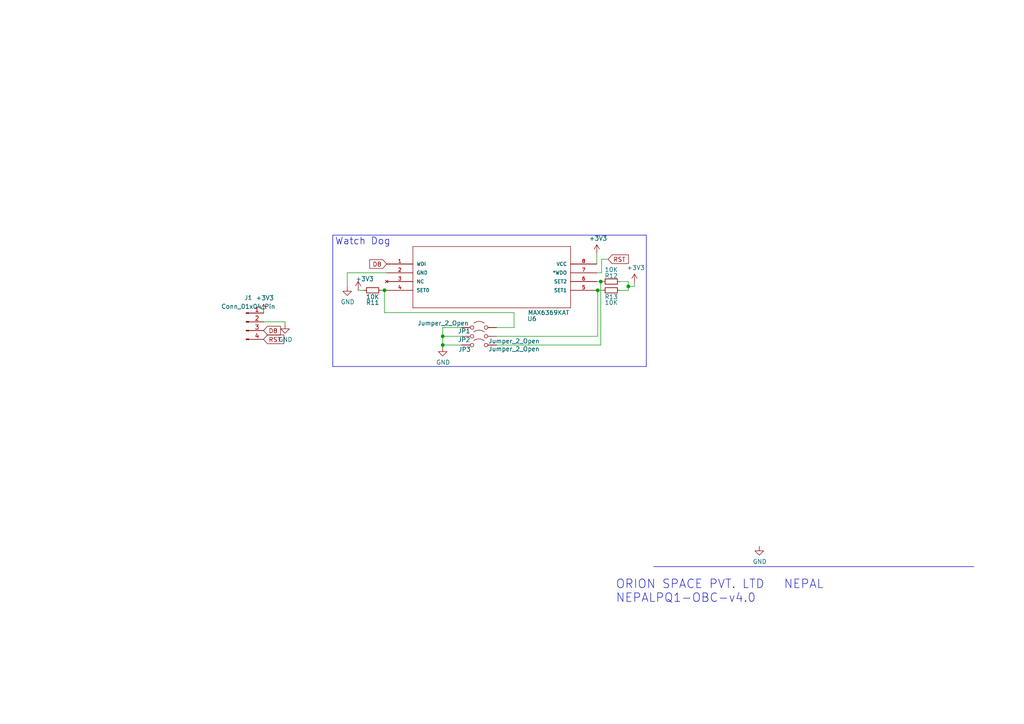
<source format=kicad_sch>
(kicad_sch (version 20231120) (generator "eeschema") (generator_version "8.0")
  (paper "A4")
  (title_block (title "ON-BOARD-COMPUTER") (date "2021-03-15") (rev "2") (company "ORION SPACE NEPAL"))
  (lib_symbols
    (symbol "Connector:Conn_01x04_Pin" (pin_names (offset 1.016) hide)
      (property "Reference" "J" (at 0 5.08 0))
      (property "Value" "Conn_01x04_Pin" (at 0 -7.62 0))
      (symbol "Conn_01x04_Pin_1_1"
        (polyline (pts (xy 1.27 -5.08) (xy 0.8636 -5.08)) (stroke (width 0.1524)))
        (polyline (pts (xy 1.27 -2.54) (xy 0.8636 -2.54)) (stroke (width 0.1524)))
        (polyline (pts (xy 1.27 0) (xy 0.8636 0)) (stroke (width 0.1524)))
        (polyline (pts (xy 1.27 2.54) (xy 0.8636 2.54)) (stroke (width 0.1524)))
        (rectangle (start 0.8636 -4.953) (end 0 -5.207) (stroke (width 0.1524)) (fill (type outline)))
        (rectangle (start 0.8636 -2.413) (end 0 -2.667) (stroke (width 0.1524)) (fill (type outline)))
        (rectangle (start 0.8636 0.127) (end 0 -0.127) (stroke (width 0.1524)) (fill (type outline)))
        (rectangle (start 0.8636 2.667) (end 0 2.413) (stroke (width 0.1524)) (fill (type outline)))
        (pin passive line (at 5.08 2.54 180) (length 3.81) (name "Pin_1") (number "1"))
        (pin passive line (at 5.08 0 180) (length 3.81) (name "Pin_2") (number "2"))
        (pin passive line (at 5.08 -2.54 180) (length 3.81) (name "Pin_3") (number "3"))
        (pin passive line (at 5.08 -5.08 180) (length 3.81) (name "Pin_4") (number "4"))
      )
    )
    (symbol "Device:R_Small" (pin_numbers hide) (pin_names (offset 0.254) hide)
      (property "Reference" "R" (at 0.762 0.508 0))
      (property "Value" "R_Small" (at 0.762 -1.016 0))
      (symbol "R_Small_0_1"
        (rectangle (start -0.762 1.778) (end 0.762 -1.778) (stroke (width 0.2032)))
      )
      (symbol "R_Small_1_1"
        (pin passive line (at 0 2.54 270) (length 0.762) (name "~") (number "1"))
        (pin passive line (at 0 -2.54 90) (length 0.762) (name "~") (number "2"))
      )
    )
    (symbol "Jumper:Jumper_2_Open" (pin_numbers hide) (pin_names (offset 0) hide) (exclude_from_sim yes)
      (property "Reference" "JP" (at 0 2.794 0))
      (property "Value" "Jumper_2_Open" (at 0 -2.286 0))
      (symbol "Jumper_2_Open_0_0"
        (circle (center -2.032 0) (radius 0.508))
        (circle (center 2.032 0) (radius 0.508))
      )
      (symbol "Jumper_2_Open_0_1"
        (arc (start 1.524 1.27) (mid 0 1.778) (end -1.524 1.27))
      )
      (symbol "Jumper_2_Open_1_1"
        (pin passive line (at -5.08 0 0) (length 2.54) (name "A") (number "1"))
        (pin passive line (at 5.08 0 180) (length 2.54) (name "B") (number "2"))
      )
    )
    (symbol "OBC-v4.0-rescue:+3.3V-power" (power) (pin_names (offset 0))
      (property "Value" "+3.3V-power" (at 0 3.556 0))
      (symbol "+3.3V-power_0_1"
        (polyline (pts (xy -0.762 1.27) (xy 0 2.54)))
        (polyline (pts (xy 0 0) (xy 0 2.54)))
        (polyline (pts (xy 0 2.54) (xy 0.762 1.27)))
      )
      (symbol "+3.3V-power_1_1"
        (pin power_in line (at 0 0 90) (length 0) hide (name "+3V3") (number "1"))
      )
    )
    (symbol "OBC-v4.0-rescue:MAX6369KAT-MAX6369KAT-OBC_with_TMP102-rescue-OBC-v2.1-rescue-OBC-v2.1-rescue" (pin_names (offset 1.016))
      (property "Reference" "U" (at 25.781 9.1186 0))
      (property "Value" "MAX6369KAT-MAX6369KAT-OBC_with_TMP102-rescue-OBC-v2.1-rescue-OBC-v2.1-rescue" (at 25.146 6.5786 0))
      (symbol "MAX6369KAT-MAX6369KAT-OBC_with_TMP102-rescue-OBC-v2.1-rescue-OBC-v2.1-rescue_0_0"
        (polyline (pts (xy 7.62 -12.7) (xy 53.34 -12.7)) (stroke (width 0.1524)))
        (polyline (pts (xy 7.62 5.08) (xy 7.62 -12.7)) (stroke (width 0.1524)))
        (polyline (pts (xy 53.34 -12.7) (xy 53.34 5.08)) (stroke (width 0.1524)))
        (polyline (pts (xy 53.34 5.08) (xy 7.62 5.08)) (stroke (width 0.1524)))
        (pin input line (at 0 0 0) (length 7.62) (name "WDI") (number "1"))
        (pin power_in line (at 0 -2.54 0) (length 7.62) (name "GND") (number "2"))
        (pin no_connect line (at 0 -5.08 0) (length 7.62) (name "NC") (number "3"))
        (pin input line (at 0 -7.62 0) (length 7.62) (name "SET0") (number "4"))
        (pin input line (at 60.96 -7.62 180) (length 7.62) (name "SET1") (number "5"))
        (pin input line (at 60.96 -5.08 180) (length 7.62) (name "SET2") (number "6"))
        (pin output line (at 60.96 -2.54 180) (length 7.62) (name "*WDO") (number "7"))
        (pin power_in line (at 60.96 0 180) (length 7.62) (name "VCC") (number "8"))
      )
    )
    (symbol "power:GND" (power) (pin_names (offset 0))
      (property "Value" "GND" (at 0 -3.81 0))
      (symbol "GND_0_1"
        (polyline (pts (xy 0 0) (xy 0 -1.27) (xy 1.27 -1.27) (xy 0 -2.54) (xy -1.27 -1.27) (xy 0 -1.27)))
      )
      (symbol "GND_1_1"
        (pin power_in line (at 0 0 270) (length 0) hide (name "GND") (number "1"))
      )
    )
  )
  (junction (at 182.245 83.058))
  (junction (at 173.355 84.201))
  (junction (at 128.397 100.076))
  (junction (at 111.506 84.201))
  (junction (at 128.397 97.536))
  (junction (at 174.244 81.661))
  (wire (pts (xy 128.397 100.076) (xy 128.397 100.711)))
  (wire (pts (xy 76.454 93.345) (xy 82.677 93.345)))
  (polyline (pts (xy 96.52 68.199) (xy 96.52 106.299)))
  (wire (pts (xy 174.244 81.661) (xy 174.752 81.661)))
  (wire (pts (xy 174.498 79.121) (xy 174.498 75.184)))
  (polyline (pts (xy 189.611 164.338) (xy 282.448 164.338)))
  (wire (pts (xy 133.858 97.536) (xy 128.397 97.536)))
  (wire (pts (xy 110.617 84.201) (xy 111.506 84.201)))
  (wire (pts (xy 184.023 82.042) (xy 184.023 83.058)))
  (wire (pts (xy 100.711 79.121) (xy 112.141 79.121)))
  (wire (pts (xy 128.397 94.996) (xy 128.397 97.536)))
  (wire (pts (xy 173.101 84.201) (xy 173.355 84.201)))
  (wire (pts (xy 173.101 79.121) (xy 174.498 79.121)))
  (wire (pts (xy 182.245 84.201) (xy 179.832 84.201)))
  (wire (pts (xy 184.023 83.058) (xy 182.245 83.058)))
  (wire (pts (xy 111.506 90.678) (xy 111.506 84.201)))
  (wire (pts (xy 174.244 100.076) (xy 174.244 81.661)))
  (wire (pts (xy 149.098 94.996) (xy 149.098 90.678)))
  (wire (pts (xy 149.098 90.678) (xy 111.506 90.678)))
  (wire (pts (xy 179.832 81.661) (xy 182.245 81.661)))
  (wire (pts (xy 173.101 81.661) (xy 174.244 81.661)))
  (wire (pts (xy 100.711 83.185) (xy 100.711 79.121)))
  (wire (pts (xy 82.677 93.345) (xy 82.677 94.107)))
  (wire (pts (xy 133.858 94.996) (xy 128.397 94.996)))
  (wire (pts (xy 174.498 75.184) (xy 176.403 75.184)))
  (wire (pts (xy 128.397 97.536) (xy 128.397 100.076)))
  (wire (pts (xy 144.018 97.536) (xy 173.355 97.536)))
  (wire (pts (xy 144.018 100.076) (xy 174.244 100.076)))
  (wire (pts (xy 133.858 100.076) (xy 128.397 100.076)))
  (wire (pts (xy 173.355 97.536) (xy 173.355 84.201)))
  (polyline (pts (xy 96.52 106.299) (xy 187.452 106.299)))
  (polyline (pts (xy 187.452 68.199) (xy 96.52 68.199)))
  (wire (pts (xy 111.506 84.201) (xy 112.141 84.201)))
  (wire (pts (xy 182.245 81.661) (xy 182.245 83.058)))
  (wire (pts (xy 103.886 84.201) (xy 105.537 84.201)))
  (polyline (pts (xy 187.452 106.299) (xy 187.452 68.199)))
  (wire (pts (xy 173.355 84.201) (xy 174.752 84.201)))
  (wire (pts (xy 144.018 94.996) (xy 149.098 94.996)))
  (wire (pts (xy 182.245 83.058) (xy 182.245 84.201)))
  (wire (pts (xy 173.101 76.581) (xy 173.101 73.533)))
  (text "Watch Dog" (at 97.155 71.247 0) (effects (font (size 2.0066 2.0066)) (justify left bottom)))
  (text "ORION SPACE PVT. LTD   NEPAL\nNEPALPQ1-OBC-v4.0" (at 178.562 175.006 0) (effects (font (size 2.4892 2.4892)) (justify left bottom)))
  (global_label "D8" (shape input) (at 112.141 76.581 180) (property "Intersheetrefs" "${INTERSHEET_REFS}" (effects (hide yes))))
  (global_label "RST" (shape input) (at 176.403 75.184 0) (property "Intersheetrefs" "${INTERSHEET_REFS}" (effects (hide yes))))
  (global_label "D8" (shape input) (at 76.454 95.885 0) (property "Intersheetrefs" "${INTERSHEET_REFS}" (effects (hide yes))))
  (global_label "RST" (shape input) (at 76.454 98.425 0) (property "Intersheetrefs" "${INTERSHEET_REFS}" (effects (hide yes))))
  (symbol (lib_id "power:GND") (at 220.218 158.496 0) (unit 1)
    (property "Reference" "#PWR017" (effects (hide yes)))
    (property "Value" "GND" (at 220.345 162.8902 0))
  )
  (symbol (lib_id "OBC-v4.0-rescue:MAX6369KAT-MAX6369KAT-OBC_with_TMP102-rescue-OBC-v2.1-rescue-OBC-v2.1-rescue") (at 112.141 76.581 0) (unit 1)
    (property "Reference" "U6" (at 154.305 92.456 0))
    (property "Value" "MAX6369KAT" (at 159.131 90.678 0))
    (property "Footprint" "MAX6369KAT:21-0078H" (effects (hide yes)))
    (property "Datasheet" "MAX6369KA+" (effects (hide yes)))
    (property "Field4" "Watchdog, Timer, Selectable Tout, 8sot23" (effects (hide yes)))
    (property "Field5" "Unavailable" (effects (hide yes)))
    (property "Field6" "None" (effects (hide yes)))
    (property "Field7" "SOT-23 Maxim Integrated" (effects (hide yes)))
    (property "Field8" "Maxim Integrated" (effects (hide yes)))
  )
  (symbol (lib_id "OBC-v4.0-rescue:+3.3V-power") (at 173.101 73.533 0) (unit 1)
    (property "Reference" "#PWR024" (effects (hide yes)))
    (property "Value" "+3V3" (at 173.482 69.1388 0))
  )
  (symbol (lib_id "power:GND") (at 100.711 83.185 0) (unit 1)
    (property "Reference" "#PWR09" (effects (hide yes)))
    (property "Value" "GND" (at 100.838 87.5792 0))
  )
  (symbol (lib_id "Device:R_Small") (at 177.292 81.661 90) (unit 1)
    (property "Reference" "R12" (at 177.292 80.01 90))
    (property "Value" "10K" (at 177.292 78.232 90))
    (property "Footprint" "Resistor_SMD:R_0805_2012Metric" (effects (hide yes)))
  )
  (symbol (lib_id "Device:R_Small") (at 177.292 84.201 90) (unit 1)
    (property "Reference" "R13" (at 177.292 86.106 90))
    (property "Value" "10K" (at 177.292 87.757 90))
    (property "Footprint" "Resistor_SMD:R_0805_2012Metric" (effects (hide yes)))
  )
  (symbol (lib_id "Device:R_Small") (at 108.077 84.201 90) (unit 1)
    (property "Reference" "R11" (at 108.077 87.757 90))
    (property "Value" "10K" (at 108.077 86.106 90))
    (property "Footprint" "Resistor_SMD:R_0805_2012Metric" (effects (hide yes)))
  )
  (symbol (lib_id "power:GND") (at 128.397 100.711 0) (unit 1)
    (property "Reference" "#PWR012" (effects (hide yes)))
    (property "Value" "GND" (at 128.524 105.1052 0))
  )
  (symbol (lib_id "OBC-v4.0-rescue:+3.3V-power") (at 184.023 82.042 0) (unit 1)
    (property "Reference" "#PWR0107" (effects (hide yes)))
    (property "Value" "+3V3" (at 184.404 77.6478 0))
  )
  (symbol (lib_id "OBC-v4.0-rescue:+3.3V-power") (at 103.886 84.201 0) (unit 1)
    (property "Reference" "#PWR0108" (effects (hide yes)))
    (property "Value" "+3V3" (at 105.791 80.899 0))
  )
  (symbol (lib_id "power:GND") (at 82.677 94.107 0) (unit 1)
    (property "Reference" "#PWR02" (effects (hide yes)))
    (property "Value" "GND" (at 82.804 98.5012 0))
  )
  (symbol (lib_id "Jumper:Jumper_2_Open") (at 138.938 100.076 0) (unit 1) (exclude_from_sim yes)
    (property "Reference" "JP3" (at 134.747 101.346 0))
    (property "Value" "Jumper_2_Open" (at 149.098 101.219 0))
    (property "Footprint" "Jumper:SolderJumper-2_P1.3mm_Open_RoundedPad1.0x1.5mm" (effects (hide yes)))
    (property "Description" "Jumper, 2-pole, open" (effects (hide yes)))
  )
  (symbol (lib_id "Jumper:Jumper_2_Open") (at 138.938 94.996 0) (unit 1) (exclude_from_sim yes)
    (property "Reference" "JP1" (at 134.62 96.012 0))
    (property "Value" "Jumper_2_Open" (at 128.524 93.726 0))
    (property "Footprint" "Jumper:SolderJumper-2_P1.3mm_Open_RoundedPad1.0x1.5mm" (effects (hide yes)))
    (property "Description" "Jumper, 2-pole, open" (effects (hide yes)))
  )
  (symbol (lib_id "Connector:Conn_01x04_Pin") (at 71.374 93.345 0) (unit 1)
    (property "Reference" "J1" (at 72.009 86.36 0))
    (property "Value" "Conn_01x04_Pin" (at 72.009 88.9 0))
    (property "Footprint" "Connector_PinHeader_2.54mm:PinHeader_1x04_P2.54mm_Vertical" (effects (hide yes)))
  )
  (symbol (lib_id "OBC-v4.0-rescue:+3.3V-power") (at 76.454 90.805 0) (unit 1)
    (property "Reference" "#PWR01" (effects (hide yes)))
    (property "Value" "+3V3" (at 76.835 86.4108 0))
  )
  (symbol (lib_id "Jumper:Jumper_2_Open") (at 138.938 97.536 0) (unit 1) (exclude_from_sim yes)
    (property "Reference" "JP2" (at 134.62 98.552 0))
    (property "Value" "Jumper_2_Open" (at 149.098 98.933 0))
    (property "Footprint" "Jumper:SolderJumper-2_P1.3mm_Open_RoundedPad1.0x1.5mm" (effects (hide yes)))
    (property "Description" "Jumper, 2-pole, open" (effects (hide yes)))
  )
)
</source>
